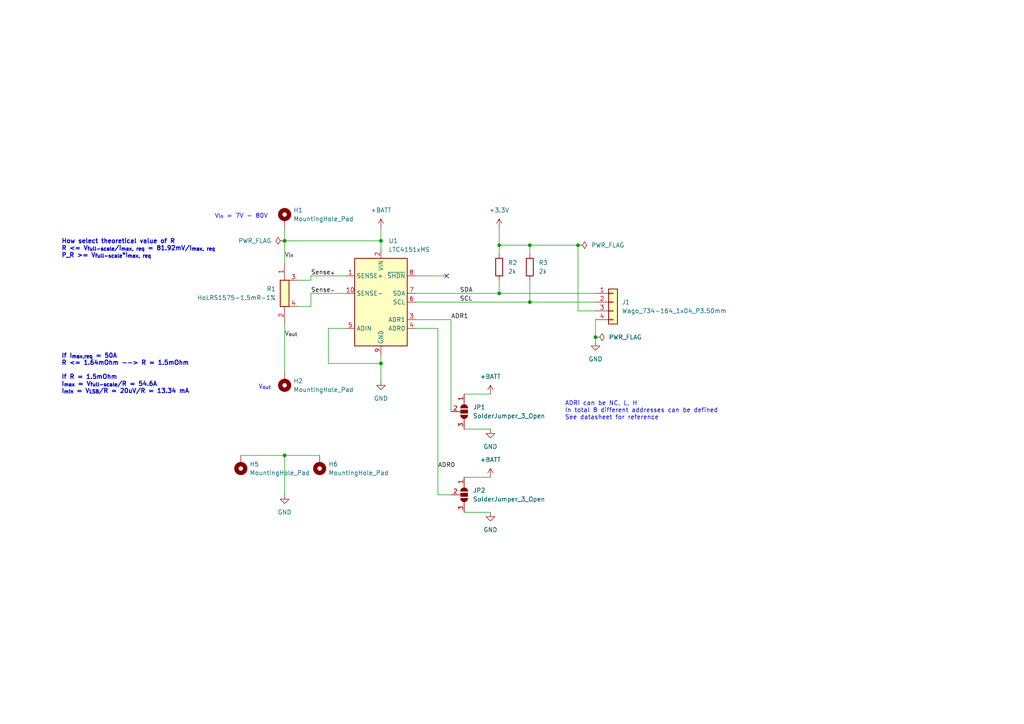
<source format=kicad_sch>
(kicad_sch (version 20230121) (generator eeschema)
  (paper "A4")
  (lib_symbols
    (symbol "Connector_Generic:Conn_01x04" (pin_names (offset 1.016) hide)
      (property "Reference" "J" (at 0 5.08 0))
      (property "Value" "Conn_01x04" (at 0 -7.62 0))
      (symbol "Conn_01x04_1_1"
        (rectangle (start -1.27 -4.953) (end 0 -5.207) (stroke (width 0.1524)))
        (rectangle (start -1.27 -2.413) (end 0 -2.667) (stroke (width 0.1524)))
        (rectangle (start -1.27 0.127) (end 0 -0.127) (stroke (width 0.1524)))
        (rectangle (start -1.27 2.667) (end 0 2.413) (stroke (width 0.1524)))
        (rectangle (start -1.27 3.81) (end 1.27 -6.35) (stroke (width 0.254)) (fill (type background)))
        (pin passive line (at -5.08 2.54 0) (length 3.81) (name "Pin_1") (number "1"))
        (pin passive line (at -5.08 0 0) (length 3.81) (name "Pin_2") (number "2"))
        (pin passive line (at -5.08 -2.54 0) (length 3.81) (name "Pin_3") (number "3"))
        (pin passive line (at -5.08 -5.08 0) (length 3.81) (name "Pin_4") (number "4"))
      )
    )
    (symbol "Device:R" (pin_numbers hide) (pin_names (offset 0))
      (property "Reference" "R" (at 2.032 0 90))
      (property "Value" "R" (at 0 0 90))
      (symbol "R_0_1"
        (rectangle (start -1.016 -2.54) (end 1.016 2.54) (stroke (width 0.254)))
      )
      (symbol "R_1_1"
        (pin passive line (at 0 3.81 270) (length 1.27) (name "~") (number "1"))
        (pin passive line (at 0 -3.81 90) (length 1.27) (name "~") (number "2"))
      )
    )
    (symbol "Jumper:SolderJumper_3_Open" (pin_names (offset 0) hide)
      (property "Reference" "JP" (at -2.54 -2.54 0))
      (property "Value" "SolderJumper_3_Open" (at 0 2.794 0))
      (symbol "SolderJumper_3_Open_0_1"
        (arc (start -1.016 1.016) (mid -2.0276 0) (end -1.016 -1.016))
        (arc (start -1.016 1.016) (mid -2.0276 0) (end -1.016 -1.016) (fill (type outline)))
        (rectangle (start -0.508 1.016) (end 0.508 -1.016) (fill (type outline)))
        (polyline (pts (xy -2.54 0) (xy -2.032 0)))
        (polyline (pts (xy -1.016 1.016) (xy -1.016 -1.016)))
        (polyline (pts (xy 0 -1.27) (xy 0 -1.016)))
        (polyline (pts (xy 1.016 1.016) (xy 1.016 -1.016)))
        (polyline (pts (xy 2.54 0) (xy 2.032 0)))
        (arc (start 1.016 -1.016) (mid 2.0276 0) (end 1.016 1.016))
        (arc (start 1.016 -1.016) (mid 2.0276 0) (end 1.016 1.016) (fill (type outline)))
      )
      (symbol "SolderJumper_3_Open_1_1"
        (pin passive line (at -5.08 0 0) (length 2.54) (name "A") (number "1"))
        (pin passive line (at 0 -3.81 90) (length 2.54) (name "C") (number "2"))
        (pin passive line (at 5.08 0 180) (length 2.54) (name "B") (number "3"))
      )
    )
    (symbol "Mechanical:MountingHole_Pad" (pin_numbers hide) (pin_names (offset 1.016) hide)
      (property "Reference" "H" (at 0 6.35 0))
      (property "Value" "MountingHole_Pad" (at 0 4.445 0))
      (symbol "MountingHole_Pad_0_1"
        (circle (center 0 1.27) (radius 1.27) (stroke (width 1.27)))
      )
      (symbol "MountingHole_Pad_1_1"
        (pin input line (at 0 -2.54 90) (length 2.54) (name "1") (number "1"))
      )
    )
    (symbol "SamacSys_Parts:LRMAP3920C-R0015FT" (pin_names hide)
      (property "Reference" "R" (at 13.97 6.35 0))
      (property "Value" "LRMAP3920C-R0015FT" (at 13.97 3.81 0))
      (symbol "LRMAP3920C-R0015FT_1_1"
        (rectangle (start 5.08 1.27) (end 12.7 -1.27) (stroke (width 0.254)) (fill (type background)))
        (pin passive line (at 0 0 0) (length 5.08) (name "1") (number "1"))
        (pin passive line (at 17.78 0 180) (length 5.08) (name "2") (number "2"))
        (pin passive line (at 5.08 3.81 270) (length 2.54) (name "SENSE+") (number "3"))
        (pin passive line (at 12.7 3.81 270) (length 2.54) (name "SENSE-") (number "4"))
      )
    )
    (symbol "Sensor_Energy:LTC4151xMS"
      (property "Reference" "U" (at -6.35 13.97 0))
      (property "Value" "LTC4151xMS" (at 7.62 13.97 0))
      (symbol "LTC4151xMS_0_1"
        (rectangle (start -7.62 12.7) (end 7.62 -12.7) (stroke (width 0.254)) (fill (type background)))
      )
      (symbol "LTC4151xMS_1_1"
        (pin input line (at -10.16 7.62 0) (length 2.54) (name "SENSE+") (number "1"))
        (pin input line (at -10.16 2.54 0) (length 2.54) (name "SENSE-") (number "10"))
        (pin power_in line (at 0 15.24 270) (length 2.54) (name "VIN") (number "2"))
        (pin input line (at 10.16 -5.08 180) (length 2.54) (name "ADR1") (number "3"))
        (pin input line (at 10.16 -7.62 180) (length 2.54) (name "ADR0") (number "4"))
        (pin input line (at -10.16 -7.62 0) (length 2.54) (name "ADIN") (number "5"))
        (pin input line (at 10.16 0 180) (length 2.54) (name "SCL") (number "6"))
        (pin bidirectional line (at 10.16 2.54 180) (length 2.54) (name "SDA") (number "7"))
        (pin input line (at 10.16 7.62 180) (length 2.54) (name "~{SHDN}") (number "8"))
        (pin power_in line (at 0 -15.24 90) (length 2.54) (name "GND") (number "9"))
      )
    )
    (symbol "power:+3.3V" (power) (pin_names (offset 0))
      (property "Value" "+3.3V" (at 0 3.556 0))
      (symbol "+3.3V_0_1"
        (polyline (pts (xy -0.762 1.27) (xy 0 2.54)))
        (polyline (pts (xy 0 0) (xy 0 2.54)))
        (polyline (pts (xy 0 2.54) (xy 0.762 1.27)))
      )
      (symbol "+3.3V_1_1"
        (pin power_in line (at 0 0 90) (length 0) hide (name "+3.3V") (number "1"))
      )
    )
    (symbol "power:+BATT" (power) (pin_names (offset 0))
      (property "Value" "+BATT" (at 0 3.556 0))
      (symbol "+BATT_0_1"
        (polyline (pts (xy -0.762 1.27) (xy 0 2.54)))
        (polyline (pts (xy 0 0) (xy 0 2.54)))
        (polyline (pts (xy 0 2.54) (xy 0.762 1.27)))
      )
      (symbol "+BATT_1_1"
        (pin power_in line (at 0 0 90) (length 0) hide (name "+BATT") (number "1"))
      )
    )
    (symbol "power:GND" (power) (pin_names (offset 0))
      (property "Value" "GND" (at 0 -3.81 0))
      (symbol "GND_0_1"
        (polyline (pts (xy 0 0) (xy 0 -1.27) (xy 1.27 -1.27) (xy 0 -2.54) (xy -1.27 -1.27) (xy 0 -1.27)))
      )
      (symbol "GND_1_1"
        (pin power_in line (at 0 0 270) (length 0) hide (name "GND") (number "1"))
      )
    )
    (symbol "power:PWR_FLAG" (power) (pin_numbers hide) (pin_names (offset 0) hide)
      (property "Value" "PWR_FLAG" (at 0 3.81 0))
      (symbol "PWR_FLAG_0_0"
        (pin power_out line (at 0 0 90) (length 0) (name "pwr") (number "1"))
      )
      (symbol "PWR_FLAG_0_1"
        (polyline (pts (xy 0 0) (xy 0 1.27) (xy -1.016 1.905) (xy 0 2.54) (xy 1.016 1.905) (xy 0 1.27)))
      )
    )
  )
  (junction (at 110.49 105.41))
  (junction (at 153.67 87.63))
  (junction (at 82.55 132.08))
  (junction (at 144.78 71.12))
  (junction (at 144.78 85.09))
  (junction (at 153.67 71.12))
  (junction (at 110.49 69.85))
  (junction (at 172.72 97.79))
  (junction (at 82.55 69.85))
  (junction (at 167.64 71.12))
  (no_connect (at 129.54 80.01))
  (wire (pts (xy 144.78 85.09) (xy 172.72 85.09)))
  (wire (pts (xy 130.81 92.71) (xy 120.65 92.71)))
  (wire (pts (xy 130.81 143.51) (xy 127 143.51)))
  (wire (pts (xy 110.49 102.87) (xy 110.49 105.41)))
  (wire (pts (xy 127 143.51) (xy 127 95.25)))
  (wire (pts (xy 134.62 148.59) (xy 142.24 148.59)))
  (wire (pts (xy 82.55 69.85) (xy 82.55 76.2)))
  (wire (pts (xy 144.78 66.04) (xy 144.78 71.12)))
  (wire (pts (xy 134.62 114.3) (xy 142.24 114.3)))
  (wire (pts (xy 86.36 81.28) (xy 90.17 81.28)))
  (wire (pts (xy 153.67 87.63) (xy 153.67 81.28)))
  (wire (pts (xy 90.17 81.28) (xy 90.17 80.01)))
  (wire (pts (xy 120.65 80.01) (xy 129.54 80.01)))
  (wire (pts (xy 127 95.25) (xy 120.65 95.25)))
  (wire (pts (xy 130.81 119.38) (xy 130.81 92.71)))
  (wire (pts (xy 86.36 88.9) (xy 90.17 88.9)))
  (wire (pts (xy 82.55 69.85) (xy 110.49 69.85)))
  (wire (pts (xy 153.67 87.63) (xy 172.72 87.63)))
  (wire (pts (xy 120.65 85.09) (xy 144.78 85.09)))
  (wire (pts (xy 82.55 132.08) (xy 82.55 143.51)))
  (wire (pts (xy 110.49 66.04) (xy 110.49 69.85)))
  (wire (pts (xy 110.49 69.85) (xy 110.49 72.39)))
  (wire (pts (xy 172.72 97.79) (xy 172.72 99.06)))
  (wire (pts (xy 90.17 85.09) (xy 100.33 85.09)))
  (wire (pts (xy 82.55 93.98) (xy 82.55 107.95)))
  (wire (pts (xy 95.25 95.25) (xy 95.25 105.41)))
  (wire (pts (xy 90.17 88.9) (xy 90.17 85.09)))
  (wire (pts (xy 172.72 92.71) (xy 172.72 97.79)))
  (wire (pts (xy 153.67 71.12) (xy 167.64 71.12)))
  (wire (pts (xy 82.55 132.08) (xy 92.71 132.08)))
  (wire (pts (xy 144.78 71.12) (xy 144.78 73.66)))
  (wire (pts (xy 144.78 71.12) (xy 153.67 71.12)))
  (wire (pts (xy 90.17 80.01) (xy 100.33 80.01)))
  (wire (pts (xy 167.64 90.17) (xy 167.64 71.12)))
  (wire (pts (xy 153.67 71.12) (xy 153.67 73.66)))
  (wire (pts (xy 134.62 138.43) (xy 142.24 138.43)))
  (wire (pts (xy 120.65 87.63) (xy 153.67 87.63)))
  (wire (pts (xy 110.49 105.41) (xy 110.49 110.49)))
  (wire (pts (xy 82.55 66.04) (xy 82.55 69.85)))
  (wire (pts (xy 134.62 124.46) (xy 142.24 124.46)))
  (wire (pts (xy 172.72 90.17) (xy 167.64 90.17)))
  (wire (pts (xy 95.25 105.41) (xy 110.49 105.41)))
  (wire (pts (xy 69.85 132.08) (xy 82.55 132.08)))
  (wire (pts (xy 95.25 95.25) (xy 100.33 95.25)))
  (wire (pts (xy 144.78 85.09) (xy 144.78 81.28)))
  (text "V_{out}" (at 74.93 113.03 0) (effects (font (size 1.27 1.27)) (justify left bottom)))
  (text "ADRi can be NC, L, H\nIn total 8 different addresses can be defined\nSee datasheet for reference" (at 163.83 121.92 0) (effects (font (size 1.27 1.27)) (justify left bottom)))
  (text "If I_{max,req} = 50A\nR <= 1.64mOhm --> R = 1.5mOhm\n\nIf R = 1.5mOhm\nI_{max} = V_{full-scale}/R = 54.6A\nI_{min} = V_{LSB}/R = 20uV/R = 13.34 mA" (at 17.78 114.3 0) (effects (font (size 1.27 1.27) (thickness 0.254) bold) (justify left bottom)))
  (text "V_{in} = 7V - 80V" (at 62.23 63.5 0) (effects (font (size 1.27 1.27)) (justify left bottom)))
  (text "How select theoretical value of R\nR <= V_{full-scale}/I_{max, req} = 81.92mV/I_{max, req}\nP_R >= V_{full-scale}*I_{max, req}" (at 17.78 74.93 0) (effects (font (size 1.27 1.27) (thickness 0.254) bold) (justify left bottom)))
  (label "Sense_{+}" (at 90.17 80.01 0))
  (label "V_{in}" (at 82.55 74.93 0))
  (label "Sense_{-}" (at 90.17 85.09 0))
  (label "SDA" (at 133.35 85.09 0))
  (label "V_{out}" (at 82.55 97.79 0))
  (label "ADR1" (at 130.81 92.71 0))
  (label "ADR0" (at 127 135.89 0))
  (label "SCL" (at 133.35 87.63 0))
  (symbol (lib_id "Jumper:SolderJumper_3_Open") (at 134.62 119.38 270) (unit 1)
    (property "Reference" "JP1" (at 137.16 118.11 90) (effects (justify left)))
    (property "Value" "SolderJumper_3_Open" (at 137.16 120.65 90) (effects (justify left)))
    (property "Footprint" "Jumper:SolderJumper-3_P2.0mm_Open_TrianglePad1.0x1.5mm_NumberLabels" (effects hide))
  )
  (symbol (lib_id "Sensor_Energy:LTC4151xMS") (at 110.49 87.63 0) (unit 1)
    (property "Reference" "U1" (at 112.6841 69.85 0) (effects (justify left)))
    (property "Value" "LTC4151xMS" (at 112.6841 72.39 0) (effects (justify left)))
    (property "Footprint" "Package_SO:MSOP-10_3x3mm_P0.5mm" (effects hide))
    (property "Datasheet" "https://www.analog.com/media/en/technical-documentation/data-sheets/4151ff.pdf" (effects hide))
  )
  (symbol (lib_id "Device:R") (at 153.67 77.47 0) (unit 1)
    (property "Reference" "R3" (at 156.21 76.2 0) (effects (justify left)))
    (property "Value" "2k" (at 156.21 78.74 0) (effects (justify left)))
    (property "Footprint" "Resistor_SMD:R_0805_2012Metric_Pad1.20x1.40mm_HandSolder" (effects hide))
  )
  (symbol (lib_id "power:GND") (at 142.24 124.46 0) (unit 1)
    (property "Reference" "#PWR05" (effects hide))
    (property "Value" "GND" (at 142.24 129.54 0))
  )
  (symbol (lib_id "SamacSys_Parts:LRMAP3920C-R0015FT") (at 82.55 76.2 270) (unit 1)
    (property "Reference" "R1" (at 80.01 83.82 90) (effects (justify right)))
    (property "Value" "HoLRS1575-1.5mR-1%" (at 80.01 86.36 90) (effects (justify right)))
    (property "Footprint" "SamacSys_Parts:RESC10052X90N" (effects hide))
    (property "Datasheet" "https://componentsearchengine.com/Datasheets/1/LRMAP3920C-R0015FT.pdf" (effects hide))
    (property "Height" "0.9" (effects hide))
    (property "Manufacturer_Name" "IRC / TT Electronics" (effects hide))
    (property "Manufacturer_Part_Number" "LRMAP3920C-R0015FT" (effects hide))
    (property "Mouser Part Number" "66-LRMAP3920C-R015FT" (effects hide))
    (property "Mouser Price/Stock" "https://www.mouser.co.uk/ProductDetail/IRC-TT-Electronics/LRMAP3920C-R0015FT?qs=VymPLiRQZIRC%252BE16tAgayQ%3D%3D" (effects hide))
    (property "Arrow Part Number" "LRMAP3920C-R0015FT" (effects hide))
    (property "Arrow Price/Stock" "https://www.arrow.com/en/products/lrmap3920c-r0015ft/irc" (effects hide))
  )
  (symbol (lib_id "Device:R") (at 144.78 77.47 0) (unit 1)
    (property "Reference" "R2" (at 147.32 76.2 0) (effects (justify left)))
    (property "Value" "2k" (at 147.32 78.74 0) (effects (justify left)))
    (property "Footprint" "Resistor_SMD:R_0805_2012Metric_Pad1.20x1.40mm_HandSolder" (effects hide))
  )
  (symbol (lib_id "Mechanical:MountingHole_Pad") (at 82.55 63.5 0) (unit 1)
    (property "Reference" "H1" (at 85.09 60.96 0) (effects (justify left)))
    (property "Value" "MountingHole_Pad" (at 85.09 63.5 0) (effects (justify left)))
    (property "Footprint" "MountingHole:MountingHole_3.2mm_M3_Pad_Via" (effects hide))
  )
  (symbol (lib_id "Mechanical:MountingHole_Pad") (at 82.55 110.49 180) (unit 1)
    (property "Reference" "H2" (at 85.09 110.49 0) (effects (justify right)))
    (property "Value" "MountingHole_Pad" (at 85.09 113.03 0) (effects (justify right)))
    (property "Footprint" "MountingHole:MountingHole_3.2mm_M3_Pad_Via" (effects hide))
  )
  (symbol (lib_id "power:GND") (at 82.55 143.51 0) (unit 1)
    (property "Reference" "#PWR09" (effects hide))
    (property "Value" "GND" (at 82.55 148.59 0))
  )
  (symbol (lib_id "power:GND") (at 142.24 148.59 0) (unit 1)
    (property "Reference" "#PWR06" (effects hide))
    (property "Value" "GND" (at 142.24 153.67 0))
  )
  (symbol (lib_id "power:PWR_FLAG") (at 172.72 97.79 270) (unit 1)
    (property "Reference" "#FLG03" (effects hide))
    (property "Value" "PWR_FLAG" (at 176.53 97.79 90) (effects (justify left)))
  )
  (symbol (lib_id "power:+BATT") (at 110.49 66.04 0) (unit 1)
    (property "Reference" "#PWR03" (effects hide))
    (property "Value" "+BATT" (at 110.49 60.96 0))
  )
  (symbol (lib_id "Jumper:SolderJumper_3_Open") (at 134.62 143.51 270) (unit 1)
    (property "Reference" "JP2" (at 137.16 142.24 90) (effects (justify left)))
    (property "Value" "SolderJumper_3_Open" (at 137.16 144.78 90) (effects (justify left)))
    (property "Footprint" "Jumper:SolderJumper-3_P2.0mm_Open_TrianglePad1.0x1.5mm_NumberLabels" (effects hide))
  )
  (symbol (lib_id "power:GND") (at 110.49 110.49 0) (unit 1)
    (property "Reference" "#PWR01" (effects hide))
    (property "Value" "GND" (at 110.49 115.57 0))
  )
  (symbol (lib_id "power:PWR_FLAG") (at 82.55 69.85 90) (unit 1)
    (property "Reference" "#FLG01" (effects hide))
    (property "Value" "PWR_FLAG" (at 78.74 69.85 90) (effects (justify left)))
  )
  (symbol (lib_id "power:+BATT") (at 142.24 138.43 0) (unit 1)
    (property "Reference" "#PWR08" (effects hide))
    (property "Value" "+BATT" (at 142.24 133.35 0))
  )
  (symbol (lib_id "power:+BATT") (at 142.24 114.3 0) (unit 1)
    (property "Reference" "#PWR07" (effects hide))
    (property "Value" "+BATT" (at 142.24 109.22 0))
  )
  (symbol (lib_id "Connector_Generic:Conn_01x04") (at 177.8 87.63 0) (unit 1)
    (property "Reference" "J1" (at 180.34 87.63 0) (effects (justify left)))
    (property "Value" "Wago_734-164_1x04_P3.50mm" (at 180.34 90.17 0) (effects (justify left)))
    (property "Footprint" "Connector_Wago:Wago_734-164_1x04_P3.50mm_Horizontal" (effects hide))
  )
  (symbol (lib_id "power:PWR_FLAG") (at 167.64 71.12 270) (unit 1)
    (property "Reference" "#FLG02" (effects hide))
    (property "Value" "PWR_FLAG" (at 171.45 71.12 90) (effects (justify left)))
  )
  (symbol (lib_id "Mechanical:MountingHole_Pad") (at 92.71 134.62 180) (unit 1)
    (property "Reference" "H6" (at 95.25 134.62 0) (effects (justify right)))
    (property "Value" "MountingHole_Pad" (at 95.25 137.16 0) (effects (justify right)))
    (property "Footprint" "MountingHole:MountingHole_3.2mm_M3_Pad_Via" (effects hide))
  )
  (symbol (lib_id "Mechanical:MountingHole_Pad") (at 69.85 134.62 180) (unit 1)
    (property "Reference" "H5" (at 72.39 134.62 0) (effects (justify right)))
    (property "Value" "MountingHole_Pad" (at 72.39 137.16 0) (effects (justify right)))
    (property "Footprint" "MountingHole:MountingHole_3.2mm_M3_Pad_Via" (effects hide))
  )
  (symbol (lib_id "power:+3.3V") (at 144.78 66.04 0) (unit 1)
    (property "Reference" "#PWR02" (effects hide))
    (property "Value" "+3.3V" (at 144.78 60.96 0))
  )
  (symbol (lib_id "power:GND") (at 172.72 99.06 0) (unit 1)
    (property "Reference" "#PWR04" (effects hide))
    (property "Value" "GND" (at 172.72 104.14 0))
  )
)
</source>
